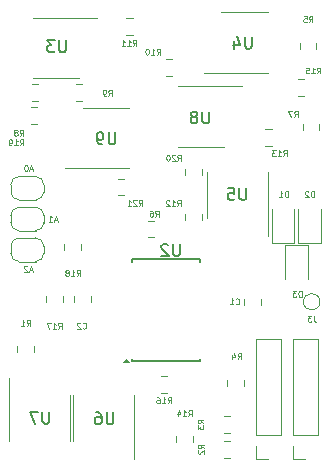
<source format=gbr>
G04 #@! TF.GenerationSoftware,KiCad,Pcbnew,8.0.7*
G04 #@! TF.CreationDate,2025-05-03T20:28:39+02:00*
G04 #@! TF.ProjectId,EM7SEG_DRIVER,454d3753-4547-45f4-9452-495645522e6b,rev?*
G04 #@! TF.SameCoordinates,Original*
G04 #@! TF.FileFunction,Legend,Bot*
G04 #@! TF.FilePolarity,Positive*
%FSLAX46Y46*%
G04 Gerber Fmt 4.6, Leading zero omitted, Abs format (unit mm)*
G04 Created by KiCad (PCBNEW 8.0.7) date 2025-05-03 20:28:39*
%MOMM*%
%LPD*%
G01*
G04 APERTURE LIST*
%ADD10C,0.125000*%
%ADD11C,0.150000*%
%ADD12C,0.120000*%
G04 APERTURE END LIST*
D10*
X45028633Y-51810310D02*
X45052442Y-51834120D01*
X45052442Y-51834120D02*
X45123871Y-51857929D01*
X45123871Y-51857929D02*
X45171490Y-51857929D01*
X45171490Y-51857929D02*
X45242918Y-51834120D01*
X45242918Y-51834120D02*
X45290537Y-51786500D01*
X45290537Y-51786500D02*
X45314347Y-51738881D01*
X45314347Y-51738881D02*
X45338156Y-51643643D01*
X45338156Y-51643643D02*
X45338156Y-51572215D01*
X45338156Y-51572215D02*
X45314347Y-51476977D01*
X45314347Y-51476977D02*
X45290537Y-51429358D01*
X45290537Y-51429358D02*
X45242918Y-51381739D01*
X45242918Y-51381739D02*
X45171490Y-51357929D01*
X45171490Y-51357929D02*
X45123871Y-51357929D01*
X45123871Y-51357929D02*
X45052442Y-51381739D01*
X45052442Y-51381739D02*
X45028633Y-51405548D01*
X44552442Y-51857929D02*
X44838156Y-51857929D01*
X44695299Y-51857929D02*
X44695299Y-51357929D01*
X44695299Y-51357929D02*
X44742918Y-51429358D01*
X44742918Y-51429358D02*
X44790537Y-51476977D01*
X44790537Y-51476977D02*
X44838156Y-51500786D01*
D11*
X34670903Y-60999019D02*
X34670903Y-61808542D01*
X34670903Y-61808542D02*
X34623284Y-61903780D01*
X34623284Y-61903780D02*
X34575665Y-61951400D01*
X34575665Y-61951400D02*
X34480427Y-61999019D01*
X34480427Y-61999019D02*
X34289951Y-61999019D01*
X34289951Y-61999019D02*
X34194713Y-61951400D01*
X34194713Y-61951400D02*
X34147094Y-61903780D01*
X34147094Y-61903780D02*
X34099475Y-61808542D01*
X34099475Y-61808542D02*
X34099475Y-60999019D01*
X33194713Y-60999019D02*
X33385189Y-60999019D01*
X33385189Y-60999019D02*
X33480427Y-61046638D01*
X33480427Y-61046638D02*
X33528046Y-61094257D01*
X33528046Y-61094257D02*
X33623284Y-61237114D01*
X33623284Y-61237114D02*
X33670903Y-61427590D01*
X33670903Y-61427590D02*
X33670903Y-61808542D01*
X33670903Y-61808542D02*
X33623284Y-61903780D01*
X33623284Y-61903780D02*
X33575665Y-61951400D01*
X33575665Y-61951400D02*
X33480427Y-61999019D01*
X33480427Y-61999019D02*
X33289951Y-61999019D01*
X33289951Y-61999019D02*
X33194713Y-61951400D01*
X33194713Y-61951400D02*
X33147094Y-61903780D01*
X33147094Y-61903780D02*
X33099475Y-61808542D01*
X33099475Y-61808542D02*
X33099475Y-61570447D01*
X33099475Y-61570447D02*
X33147094Y-61475209D01*
X33147094Y-61475209D02*
X33194713Y-61427590D01*
X33194713Y-61427590D02*
X33289951Y-61379971D01*
X33289951Y-61379971D02*
X33480427Y-61379971D01*
X33480427Y-61379971D02*
X33575665Y-61427590D01*
X33575665Y-61427590D02*
X33623284Y-61475209D01*
X33623284Y-61475209D02*
X33670903Y-61570447D01*
D10*
X27319753Y-53699429D02*
X27486419Y-53461334D01*
X27605467Y-53699429D02*
X27605467Y-53199429D01*
X27605467Y-53199429D02*
X27414991Y-53199429D01*
X27414991Y-53199429D02*
X27367372Y-53223239D01*
X27367372Y-53223239D02*
X27343562Y-53247048D01*
X27343562Y-53247048D02*
X27319753Y-53294667D01*
X27319753Y-53294667D02*
X27319753Y-53366096D01*
X27319753Y-53366096D02*
X27343562Y-53413715D01*
X27343562Y-53413715D02*
X27367372Y-53437524D01*
X27367372Y-53437524D02*
X27414991Y-53461334D01*
X27414991Y-53461334D02*
X27605467Y-53461334D01*
X26843562Y-53699429D02*
X27129276Y-53699429D01*
X26986419Y-53699429D02*
X26986419Y-53199429D01*
X26986419Y-53199429D02*
X27034038Y-53270858D01*
X27034038Y-53270858D02*
X27081657Y-53318477D01*
X27081657Y-53318477D02*
X27129276Y-53342286D01*
X32056833Y-53857510D02*
X32080642Y-53881320D01*
X32080642Y-53881320D02*
X32152071Y-53905129D01*
X32152071Y-53905129D02*
X32199690Y-53905129D01*
X32199690Y-53905129D02*
X32271118Y-53881320D01*
X32271118Y-53881320D02*
X32318737Y-53833700D01*
X32318737Y-53833700D02*
X32342547Y-53786081D01*
X32342547Y-53786081D02*
X32366356Y-53690843D01*
X32366356Y-53690843D02*
X32366356Y-53619415D01*
X32366356Y-53619415D02*
X32342547Y-53524177D01*
X32342547Y-53524177D02*
X32318737Y-53476558D01*
X32318737Y-53476558D02*
X32271118Y-53428939D01*
X32271118Y-53428939D02*
X32199690Y-53405129D01*
X32199690Y-53405129D02*
X32152071Y-53405129D01*
X32152071Y-53405129D02*
X32080642Y-53428939D01*
X32080642Y-53428939D02*
X32056833Y-53452748D01*
X31866356Y-53452748D02*
X31842547Y-53428939D01*
X31842547Y-53428939D02*
X31794928Y-53405129D01*
X31794928Y-53405129D02*
X31675880Y-53405129D01*
X31675880Y-53405129D02*
X31628261Y-53428939D01*
X31628261Y-53428939D02*
X31604452Y-53452748D01*
X31604452Y-53452748D02*
X31580642Y-53500367D01*
X31580642Y-53500367D02*
X31580642Y-53547986D01*
X31580642Y-53547986D02*
X31604452Y-53619415D01*
X31604452Y-53619415D02*
X31890166Y-53905129D01*
X31890166Y-53905129D02*
X31580642Y-53905129D01*
X42294829Y-61915526D02*
X42056734Y-61748860D01*
X42294829Y-61629812D02*
X41794829Y-61629812D01*
X41794829Y-61629812D02*
X41794829Y-61820288D01*
X41794829Y-61820288D02*
X41818639Y-61867907D01*
X41818639Y-61867907D02*
X41842448Y-61891717D01*
X41842448Y-61891717D02*
X41890067Y-61915526D01*
X41890067Y-61915526D02*
X41961496Y-61915526D01*
X41961496Y-61915526D02*
X42009115Y-61891717D01*
X42009115Y-61891717D02*
X42032924Y-61867907D01*
X42032924Y-61867907D02*
X42056734Y-61820288D01*
X42056734Y-61820288D02*
X42056734Y-61629812D01*
X41794829Y-62082193D02*
X41794829Y-62391717D01*
X41794829Y-62391717D02*
X41985305Y-62225050D01*
X41985305Y-62225050D02*
X41985305Y-62296479D01*
X41985305Y-62296479D02*
X42009115Y-62344098D01*
X42009115Y-62344098D02*
X42032924Y-62367907D01*
X42032924Y-62367907D02*
X42080543Y-62391717D01*
X42080543Y-62391717D02*
X42199591Y-62391717D01*
X42199591Y-62391717D02*
X42247210Y-62367907D01*
X42247210Y-62367907D02*
X42271020Y-62344098D01*
X42271020Y-62344098D02*
X42294829Y-62296479D01*
X42294829Y-62296479D02*
X42294829Y-62153622D01*
X42294829Y-62153622D02*
X42271020Y-62106003D01*
X42271020Y-62106003D02*
X42247210Y-62082193D01*
X45181033Y-56498509D02*
X45347699Y-56260414D01*
X45466747Y-56498509D02*
X45466747Y-55998509D01*
X45466747Y-55998509D02*
X45276271Y-55998509D01*
X45276271Y-55998509D02*
X45228652Y-56022319D01*
X45228652Y-56022319D02*
X45204842Y-56046128D01*
X45204842Y-56046128D02*
X45181033Y-56093747D01*
X45181033Y-56093747D02*
X45181033Y-56165176D01*
X45181033Y-56165176D02*
X45204842Y-56212795D01*
X45204842Y-56212795D02*
X45228652Y-56236604D01*
X45228652Y-56236604D02*
X45276271Y-56260414D01*
X45276271Y-56260414D02*
X45466747Y-56260414D01*
X44752461Y-56165176D02*
X44752461Y-56498509D01*
X44871509Y-55974700D02*
X44990556Y-56331842D01*
X44990556Y-56331842D02*
X44681033Y-56331842D01*
X29904961Y-44699592D02*
X29666866Y-44699592D01*
X29952580Y-44842449D02*
X29785914Y-44342449D01*
X29785914Y-44342449D02*
X29619247Y-44842449D01*
X29190676Y-44842449D02*
X29476390Y-44842449D01*
X29333533Y-44842449D02*
X29333533Y-44342449D01*
X29333533Y-44342449D02*
X29381152Y-44413878D01*
X29381152Y-44413878D02*
X29428771Y-44461497D01*
X29428771Y-44461497D02*
X29476390Y-44485306D01*
D11*
X30657704Y-29503019D02*
X30657704Y-30312542D01*
X30657704Y-30312542D02*
X30610085Y-30407780D01*
X30610085Y-30407780D02*
X30562466Y-30455400D01*
X30562466Y-30455400D02*
X30467228Y-30503019D01*
X30467228Y-30503019D02*
X30276752Y-30503019D01*
X30276752Y-30503019D02*
X30181514Y-30455400D01*
X30181514Y-30455400D02*
X30133895Y-30407780D01*
X30133895Y-30407780D02*
X30086276Y-30312542D01*
X30086276Y-30312542D02*
X30086276Y-29503019D01*
X29705323Y-29503019D02*
X29086276Y-29503019D01*
X29086276Y-29503019D02*
X29419609Y-29883971D01*
X29419609Y-29883971D02*
X29276752Y-29883971D01*
X29276752Y-29883971D02*
X29181514Y-29931590D01*
X29181514Y-29931590D02*
X29133895Y-29979209D01*
X29133895Y-29979209D02*
X29086276Y-30074447D01*
X29086276Y-30074447D02*
X29086276Y-30312542D01*
X29086276Y-30312542D02*
X29133895Y-30407780D01*
X29133895Y-30407780D02*
X29181514Y-30455400D01*
X29181514Y-30455400D02*
X29276752Y-30503019D01*
X29276752Y-30503019D02*
X29562466Y-30503019D01*
X29562466Y-30503019D02*
X29657704Y-30455400D01*
X29657704Y-30455400D02*
X29705323Y-30407780D01*
X46380304Y-29198219D02*
X46380304Y-30007742D01*
X46380304Y-30007742D02*
X46332685Y-30102980D01*
X46332685Y-30102980D02*
X46285066Y-30150600D01*
X46285066Y-30150600D02*
X46189828Y-30198219D01*
X46189828Y-30198219D02*
X45999352Y-30198219D01*
X45999352Y-30198219D02*
X45904114Y-30150600D01*
X45904114Y-30150600D02*
X45856495Y-30102980D01*
X45856495Y-30102980D02*
X45808876Y-30007742D01*
X45808876Y-30007742D02*
X45808876Y-29198219D01*
X44904114Y-29531552D02*
X44904114Y-30198219D01*
X45142209Y-29150600D02*
X45380304Y-29864885D01*
X45380304Y-29864885D02*
X44761257Y-29864885D01*
X34828405Y-37295719D02*
X34828405Y-38105242D01*
X34828405Y-38105242D02*
X34780786Y-38200480D01*
X34780786Y-38200480D02*
X34733167Y-38248100D01*
X34733167Y-38248100D02*
X34637929Y-38295719D01*
X34637929Y-38295719D02*
X34447453Y-38295719D01*
X34447453Y-38295719D02*
X34352215Y-38248100D01*
X34352215Y-38248100D02*
X34304596Y-38200480D01*
X34304596Y-38200480D02*
X34256977Y-38105242D01*
X34256977Y-38105242D02*
X34256977Y-37295719D01*
X33733167Y-38295719D02*
X33542691Y-38295719D01*
X33542691Y-38295719D02*
X33447453Y-38248100D01*
X33447453Y-38248100D02*
X33399834Y-38200480D01*
X33399834Y-38200480D02*
X33304596Y-38057623D01*
X33304596Y-38057623D02*
X33256977Y-37867147D01*
X33256977Y-37867147D02*
X33256977Y-37486195D01*
X33256977Y-37486195D02*
X33304596Y-37390957D01*
X33304596Y-37390957D02*
X33352215Y-37343338D01*
X33352215Y-37343338D02*
X33447453Y-37295719D01*
X33447453Y-37295719D02*
X33637929Y-37295719D01*
X33637929Y-37295719D02*
X33733167Y-37343338D01*
X33733167Y-37343338D02*
X33780786Y-37390957D01*
X33780786Y-37390957D02*
X33828405Y-37486195D01*
X33828405Y-37486195D02*
X33828405Y-37724290D01*
X33828405Y-37724290D02*
X33780786Y-37819528D01*
X33780786Y-37819528D02*
X33733167Y-37867147D01*
X33733167Y-37867147D02*
X33637929Y-37914766D01*
X33637929Y-37914766D02*
X33447453Y-37914766D01*
X33447453Y-37914766D02*
X33352215Y-37867147D01*
X33352215Y-37867147D02*
X33304596Y-37819528D01*
X33304596Y-37819528D02*
X33256977Y-37724290D01*
D10*
X27814541Y-48959172D02*
X27576446Y-48959172D01*
X27862160Y-49102029D02*
X27695494Y-48602029D01*
X27695494Y-48602029D02*
X27528827Y-49102029D01*
X27385970Y-48649648D02*
X27362161Y-48625839D01*
X27362161Y-48625839D02*
X27314542Y-48602029D01*
X27314542Y-48602029D02*
X27195494Y-48602029D01*
X27195494Y-48602029D02*
X27147875Y-48625839D01*
X27147875Y-48625839D02*
X27124066Y-48649648D01*
X27124066Y-48649648D02*
X27100256Y-48697267D01*
X27100256Y-48697267D02*
X27100256Y-48744886D01*
X27100256Y-48744886D02*
X27124066Y-48816315D01*
X27124066Y-48816315D02*
X27409780Y-49102029D01*
X27409780Y-49102029D02*
X27100256Y-49102029D01*
X51238933Y-27961609D02*
X51405599Y-27723514D01*
X51524647Y-27961609D02*
X51524647Y-27461609D01*
X51524647Y-27461609D02*
X51334171Y-27461609D01*
X51334171Y-27461609D02*
X51286552Y-27485419D01*
X51286552Y-27485419D02*
X51262742Y-27509228D01*
X51262742Y-27509228D02*
X51238933Y-27556847D01*
X51238933Y-27556847D02*
X51238933Y-27628276D01*
X51238933Y-27628276D02*
X51262742Y-27675895D01*
X51262742Y-27675895D02*
X51286552Y-27699704D01*
X51286552Y-27699704D02*
X51334171Y-27723514D01*
X51334171Y-27723514D02*
X51524647Y-27723514D01*
X50786552Y-27461609D02*
X51024647Y-27461609D01*
X51024647Y-27461609D02*
X51048456Y-27699704D01*
X51048456Y-27699704D02*
X51024647Y-27675895D01*
X51024647Y-27675895D02*
X50977028Y-27652085D01*
X50977028Y-27652085D02*
X50857980Y-27652085D01*
X50857980Y-27652085D02*
X50810361Y-27675895D01*
X50810361Y-27675895D02*
X50786552Y-27699704D01*
X50786552Y-27699704D02*
X50762742Y-27747323D01*
X50762742Y-27747323D02*
X50762742Y-27866371D01*
X50762742Y-27866371D02*
X50786552Y-27913990D01*
X50786552Y-27913990D02*
X50810361Y-27937800D01*
X50810361Y-27937800D02*
X50857980Y-27961609D01*
X50857980Y-27961609D02*
X50977028Y-27961609D01*
X50977028Y-27961609D02*
X51024647Y-27937800D01*
X51024647Y-27937800D02*
X51048456Y-27913990D01*
D11*
X45912904Y-42012519D02*
X45912904Y-42822042D01*
X45912904Y-42822042D02*
X45865285Y-42917280D01*
X45865285Y-42917280D02*
X45817666Y-42964900D01*
X45817666Y-42964900D02*
X45722428Y-43012519D01*
X45722428Y-43012519D02*
X45531952Y-43012519D01*
X45531952Y-43012519D02*
X45436714Y-42964900D01*
X45436714Y-42964900D02*
X45389095Y-42917280D01*
X45389095Y-42917280D02*
X45341476Y-42822042D01*
X45341476Y-42822042D02*
X45341476Y-42012519D01*
X44389095Y-42012519D02*
X44865285Y-42012519D01*
X44865285Y-42012519D02*
X44912904Y-42488709D01*
X44912904Y-42488709D02*
X44865285Y-42441090D01*
X44865285Y-42441090D02*
X44770047Y-42393471D01*
X44770047Y-42393471D02*
X44531952Y-42393471D01*
X44531952Y-42393471D02*
X44436714Y-42441090D01*
X44436714Y-42441090D02*
X44389095Y-42488709D01*
X44389095Y-42488709D02*
X44341476Y-42583947D01*
X44341476Y-42583947D02*
X44341476Y-42822042D01*
X44341476Y-42822042D02*
X44389095Y-42917280D01*
X44389095Y-42917280D02*
X44436714Y-42964900D01*
X44436714Y-42964900D02*
X44531952Y-43012519D01*
X44531952Y-43012519D02*
X44770047Y-43012519D01*
X44770047Y-43012519D02*
X44865285Y-42964900D01*
X44865285Y-42964900D02*
X44912904Y-42917280D01*
D10*
X49994333Y-35988009D02*
X50160999Y-35749914D01*
X50280047Y-35988009D02*
X50280047Y-35488009D01*
X50280047Y-35488009D02*
X50089571Y-35488009D01*
X50089571Y-35488009D02*
X50041952Y-35511819D01*
X50041952Y-35511819D02*
X50018142Y-35535628D01*
X50018142Y-35535628D02*
X49994333Y-35583247D01*
X49994333Y-35583247D02*
X49994333Y-35654676D01*
X49994333Y-35654676D02*
X50018142Y-35702295D01*
X50018142Y-35702295D02*
X50041952Y-35726104D01*
X50041952Y-35726104D02*
X50089571Y-35749914D01*
X50089571Y-35749914D02*
X50280047Y-35749914D01*
X49827666Y-35488009D02*
X49494333Y-35488009D01*
X49494333Y-35488009D02*
X49708618Y-35988009D01*
D11*
X42781104Y-35530418D02*
X42781104Y-36339941D01*
X42781104Y-36339941D02*
X42733485Y-36435179D01*
X42733485Y-36435179D02*
X42685866Y-36482799D01*
X42685866Y-36482799D02*
X42590628Y-36530418D01*
X42590628Y-36530418D02*
X42400152Y-36530418D01*
X42400152Y-36530418D02*
X42304914Y-36482799D01*
X42304914Y-36482799D02*
X42257295Y-36435179D01*
X42257295Y-36435179D02*
X42209676Y-36339941D01*
X42209676Y-36339941D02*
X42209676Y-35530418D01*
X41590628Y-35958989D02*
X41685866Y-35911370D01*
X41685866Y-35911370D02*
X41733485Y-35863751D01*
X41733485Y-35863751D02*
X41781104Y-35768513D01*
X41781104Y-35768513D02*
X41781104Y-35720894D01*
X41781104Y-35720894D02*
X41733485Y-35625656D01*
X41733485Y-35625656D02*
X41685866Y-35578037D01*
X41685866Y-35578037D02*
X41590628Y-35530418D01*
X41590628Y-35530418D02*
X41400152Y-35530418D01*
X41400152Y-35530418D02*
X41304914Y-35578037D01*
X41304914Y-35578037D02*
X41257295Y-35625656D01*
X41257295Y-35625656D02*
X41209676Y-35720894D01*
X41209676Y-35720894D02*
X41209676Y-35768513D01*
X41209676Y-35768513D02*
X41257295Y-35863751D01*
X41257295Y-35863751D02*
X41304914Y-35911370D01*
X41304914Y-35911370D02*
X41400152Y-35958989D01*
X41400152Y-35958989D02*
X41590628Y-35958989D01*
X41590628Y-35958989D02*
X41685866Y-36006608D01*
X41685866Y-36006608D02*
X41733485Y-36054227D01*
X41733485Y-36054227D02*
X41781104Y-36149465D01*
X41781104Y-36149465D02*
X41781104Y-36339941D01*
X41781104Y-36339941D02*
X41733485Y-36435179D01*
X41733485Y-36435179D02*
X41685866Y-36482799D01*
X41685866Y-36482799D02*
X41590628Y-36530418D01*
X41590628Y-36530418D02*
X41400152Y-36530418D01*
X41400152Y-36530418D02*
X41304914Y-36482799D01*
X41304914Y-36482799D02*
X41257295Y-36435179D01*
X41257295Y-36435179D02*
X41209676Y-36339941D01*
X41209676Y-36339941D02*
X41209676Y-36149465D01*
X41209676Y-36149465D02*
X41257295Y-36054227D01*
X41257295Y-36054227D02*
X41304914Y-36006608D01*
X41304914Y-36006608D02*
X41400152Y-35958989D01*
X29235304Y-60948219D02*
X29235304Y-61757742D01*
X29235304Y-61757742D02*
X29187685Y-61852980D01*
X29187685Y-61852980D02*
X29140066Y-61900600D01*
X29140066Y-61900600D02*
X29044828Y-61948219D01*
X29044828Y-61948219D02*
X28854352Y-61948219D01*
X28854352Y-61948219D02*
X28759114Y-61900600D01*
X28759114Y-61900600D02*
X28711495Y-61852980D01*
X28711495Y-61852980D02*
X28663876Y-61757742D01*
X28663876Y-61757742D02*
X28663876Y-60948219D01*
X28282923Y-60948219D02*
X27616257Y-60948219D01*
X27616257Y-60948219D02*
X28044828Y-61948219D01*
D10*
X27839941Y-40412072D02*
X27601846Y-40412072D01*
X27887560Y-40554929D02*
X27720894Y-40054929D01*
X27720894Y-40054929D02*
X27554227Y-40554929D01*
X27292323Y-40054929D02*
X27244704Y-40054929D01*
X27244704Y-40054929D02*
X27197085Y-40078739D01*
X27197085Y-40078739D02*
X27173275Y-40102548D01*
X27173275Y-40102548D02*
X27149466Y-40150167D01*
X27149466Y-40150167D02*
X27125656Y-40245405D01*
X27125656Y-40245405D02*
X27125656Y-40364453D01*
X27125656Y-40364453D02*
X27149466Y-40459691D01*
X27149466Y-40459691D02*
X27173275Y-40507310D01*
X27173275Y-40507310D02*
X27197085Y-40531120D01*
X27197085Y-40531120D02*
X27244704Y-40554929D01*
X27244704Y-40554929D02*
X27292323Y-40554929D01*
X27292323Y-40554929D02*
X27339942Y-40531120D01*
X27339942Y-40531120D02*
X27363751Y-40507310D01*
X27363751Y-40507310D02*
X27387561Y-40459691D01*
X27387561Y-40459691D02*
X27411370Y-40364453D01*
X27411370Y-40364453D02*
X27411370Y-40245405D01*
X27411370Y-40245405D02*
X27387561Y-40150167D01*
X27387561Y-40150167D02*
X27363751Y-40102548D01*
X27363751Y-40102548D02*
X27339942Y-40078739D01*
X27339942Y-40078739D02*
X27292323Y-40054929D01*
X38208733Y-44420809D02*
X38375399Y-44182714D01*
X38494447Y-44420809D02*
X38494447Y-43920809D01*
X38494447Y-43920809D02*
X38303971Y-43920809D01*
X38303971Y-43920809D02*
X38256352Y-43944619D01*
X38256352Y-43944619D02*
X38232542Y-43968428D01*
X38232542Y-43968428D02*
X38208733Y-44016047D01*
X38208733Y-44016047D02*
X38208733Y-44087476D01*
X38208733Y-44087476D02*
X38232542Y-44135095D01*
X38232542Y-44135095D02*
X38256352Y-44158904D01*
X38256352Y-44158904D02*
X38303971Y-44182714D01*
X38303971Y-44182714D02*
X38494447Y-44182714D01*
X37780161Y-43920809D02*
X37875399Y-43920809D01*
X37875399Y-43920809D02*
X37923018Y-43944619D01*
X37923018Y-43944619D02*
X37946828Y-43968428D01*
X37946828Y-43968428D02*
X37994447Y-44039857D01*
X37994447Y-44039857D02*
X38018256Y-44135095D01*
X38018256Y-44135095D02*
X38018256Y-44325571D01*
X38018256Y-44325571D02*
X37994447Y-44373190D01*
X37994447Y-44373190D02*
X37970637Y-44397000D01*
X37970637Y-44397000D02*
X37923018Y-44420809D01*
X37923018Y-44420809D02*
X37827780Y-44420809D01*
X37827780Y-44420809D02*
X37780161Y-44397000D01*
X37780161Y-44397000D02*
X37756352Y-44373190D01*
X37756352Y-44373190D02*
X37732542Y-44325571D01*
X37732542Y-44325571D02*
X37732542Y-44206523D01*
X37732542Y-44206523D02*
X37756352Y-44158904D01*
X37756352Y-44158904D02*
X37780161Y-44135095D01*
X37780161Y-44135095D02*
X37827780Y-44111285D01*
X37827780Y-44111285D02*
X37923018Y-44111285D01*
X37923018Y-44111285D02*
X37970637Y-44135095D01*
X37970637Y-44135095D02*
X37994447Y-44158904D01*
X37994447Y-44158904D02*
X38018256Y-44206523D01*
X49444387Y-42777429D02*
X49444387Y-42277429D01*
X49444387Y-42277429D02*
X49325339Y-42277429D01*
X49325339Y-42277429D02*
X49253911Y-42301239D01*
X49253911Y-42301239D02*
X49206292Y-42348858D01*
X49206292Y-42348858D02*
X49182482Y-42396477D01*
X49182482Y-42396477D02*
X49158673Y-42491715D01*
X49158673Y-42491715D02*
X49158673Y-42563143D01*
X49158673Y-42563143D02*
X49182482Y-42658381D01*
X49182482Y-42658381D02*
X49206292Y-42706000D01*
X49206292Y-42706000D02*
X49253911Y-42753620D01*
X49253911Y-42753620D02*
X49325339Y-42777429D01*
X49325339Y-42777429D02*
X49444387Y-42777429D01*
X48682482Y-42777429D02*
X48968196Y-42777429D01*
X48825339Y-42777429D02*
X48825339Y-42277429D01*
X48825339Y-42277429D02*
X48872958Y-42348858D01*
X48872958Y-42348858D02*
X48920577Y-42396477D01*
X48920577Y-42396477D02*
X48968196Y-42420286D01*
X51656727Y-42762189D02*
X51656727Y-42262189D01*
X51656727Y-42262189D02*
X51537679Y-42262189D01*
X51537679Y-42262189D02*
X51466251Y-42285999D01*
X51466251Y-42285999D02*
X51418632Y-42333618D01*
X51418632Y-42333618D02*
X51394822Y-42381237D01*
X51394822Y-42381237D02*
X51371013Y-42476475D01*
X51371013Y-42476475D02*
X51371013Y-42547903D01*
X51371013Y-42547903D02*
X51394822Y-42643141D01*
X51394822Y-42643141D02*
X51418632Y-42690760D01*
X51418632Y-42690760D02*
X51466251Y-42738380D01*
X51466251Y-42738380D02*
X51537679Y-42762189D01*
X51537679Y-42762189D02*
X51656727Y-42762189D01*
X51180536Y-42309808D02*
X51156727Y-42285999D01*
X51156727Y-42285999D02*
X51109108Y-42262189D01*
X51109108Y-42262189D02*
X50990060Y-42262189D01*
X50990060Y-42262189D02*
X50942441Y-42285999D01*
X50942441Y-42285999D02*
X50918632Y-42309808D01*
X50918632Y-42309808D02*
X50894822Y-42357427D01*
X50894822Y-42357427D02*
X50894822Y-42405046D01*
X50894822Y-42405046D02*
X50918632Y-42476475D01*
X50918632Y-42476475D02*
X51204346Y-42762189D01*
X51204346Y-42762189D02*
X50894822Y-42762189D01*
X50607707Y-51217849D02*
X50607707Y-50717849D01*
X50607707Y-50717849D02*
X50488659Y-50717849D01*
X50488659Y-50717849D02*
X50417231Y-50741659D01*
X50417231Y-50741659D02*
X50369612Y-50789278D01*
X50369612Y-50789278D02*
X50345802Y-50836897D01*
X50345802Y-50836897D02*
X50321993Y-50932135D01*
X50321993Y-50932135D02*
X50321993Y-51003563D01*
X50321993Y-51003563D02*
X50345802Y-51098801D01*
X50345802Y-51098801D02*
X50369612Y-51146420D01*
X50369612Y-51146420D02*
X50417231Y-51194040D01*
X50417231Y-51194040D02*
X50488659Y-51217849D01*
X50488659Y-51217849D02*
X50607707Y-51217849D01*
X50155326Y-50717849D02*
X49845802Y-50717849D01*
X49845802Y-50717849D02*
X50012469Y-50908325D01*
X50012469Y-50908325D02*
X49941040Y-50908325D01*
X49941040Y-50908325D02*
X49893421Y-50932135D01*
X49893421Y-50932135D02*
X49869612Y-50955944D01*
X49869612Y-50955944D02*
X49845802Y-51003563D01*
X49845802Y-51003563D02*
X49845802Y-51122611D01*
X49845802Y-51122611D02*
X49869612Y-51170230D01*
X49869612Y-51170230D02*
X49893421Y-51194040D01*
X49893421Y-51194040D02*
X49941040Y-51217849D01*
X49941040Y-51217849D02*
X50083897Y-51217849D01*
X50083897Y-51217849D02*
X50131516Y-51194040D01*
X50131516Y-51194040D02*
X50155326Y-51170230D01*
X42320229Y-64028826D02*
X42082134Y-63862160D01*
X42320229Y-63743112D02*
X41820229Y-63743112D01*
X41820229Y-63743112D02*
X41820229Y-63933588D01*
X41820229Y-63933588D02*
X41844039Y-63981207D01*
X41844039Y-63981207D02*
X41867848Y-64005017D01*
X41867848Y-64005017D02*
X41915467Y-64028826D01*
X41915467Y-64028826D02*
X41986896Y-64028826D01*
X41986896Y-64028826D02*
X42034515Y-64005017D01*
X42034515Y-64005017D02*
X42058324Y-63981207D01*
X42058324Y-63981207D02*
X42082134Y-63933588D01*
X42082134Y-63933588D02*
X42082134Y-63743112D01*
X41867848Y-64219303D02*
X41844039Y-64243112D01*
X41844039Y-64243112D02*
X41820229Y-64290731D01*
X41820229Y-64290731D02*
X41820229Y-64409779D01*
X41820229Y-64409779D02*
X41844039Y-64457398D01*
X41844039Y-64457398D02*
X41867848Y-64481207D01*
X41867848Y-64481207D02*
X41915467Y-64505017D01*
X41915467Y-64505017D02*
X41963086Y-64505017D01*
X41963086Y-64505017D02*
X42034515Y-64481207D01*
X42034515Y-64481207D02*
X42320229Y-64195493D01*
X42320229Y-64195493D02*
X42320229Y-64505017D01*
X26748293Y-37583149D02*
X26914959Y-37345054D01*
X27034007Y-37583149D02*
X27034007Y-37083149D01*
X27034007Y-37083149D02*
X26843531Y-37083149D01*
X26843531Y-37083149D02*
X26795912Y-37106959D01*
X26795912Y-37106959D02*
X26772102Y-37130768D01*
X26772102Y-37130768D02*
X26748293Y-37178387D01*
X26748293Y-37178387D02*
X26748293Y-37249816D01*
X26748293Y-37249816D02*
X26772102Y-37297435D01*
X26772102Y-37297435D02*
X26795912Y-37321244D01*
X26795912Y-37321244D02*
X26843531Y-37345054D01*
X26843531Y-37345054D02*
X27034007Y-37345054D01*
X26462578Y-37297435D02*
X26510197Y-37273625D01*
X26510197Y-37273625D02*
X26534007Y-37249816D01*
X26534007Y-37249816D02*
X26557816Y-37202197D01*
X26557816Y-37202197D02*
X26557816Y-37178387D01*
X26557816Y-37178387D02*
X26534007Y-37130768D01*
X26534007Y-37130768D02*
X26510197Y-37106959D01*
X26510197Y-37106959D02*
X26462578Y-37083149D01*
X26462578Y-37083149D02*
X26367340Y-37083149D01*
X26367340Y-37083149D02*
X26319721Y-37106959D01*
X26319721Y-37106959D02*
X26295912Y-37130768D01*
X26295912Y-37130768D02*
X26272102Y-37178387D01*
X26272102Y-37178387D02*
X26272102Y-37202197D01*
X26272102Y-37202197D02*
X26295912Y-37249816D01*
X26295912Y-37249816D02*
X26319721Y-37273625D01*
X26319721Y-37273625D02*
X26367340Y-37297435D01*
X26367340Y-37297435D02*
X26462578Y-37297435D01*
X26462578Y-37297435D02*
X26510197Y-37321244D01*
X26510197Y-37321244D02*
X26534007Y-37345054D01*
X26534007Y-37345054D02*
X26557816Y-37392673D01*
X26557816Y-37392673D02*
X26557816Y-37487911D01*
X26557816Y-37487911D02*
X26534007Y-37535530D01*
X26534007Y-37535530D02*
X26510197Y-37559340D01*
X26510197Y-37559340D02*
X26462578Y-37583149D01*
X26462578Y-37583149D02*
X26367340Y-37583149D01*
X26367340Y-37583149D02*
X26319721Y-37559340D01*
X26319721Y-37559340D02*
X26295912Y-37535530D01*
X26295912Y-37535530D02*
X26272102Y-37487911D01*
X26272102Y-37487911D02*
X26272102Y-37392673D01*
X26272102Y-37392673D02*
X26295912Y-37345054D01*
X26295912Y-37345054D02*
X26319721Y-37321244D01*
X26319721Y-37321244D02*
X26367340Y-37297435D01*
X34253973Y-34207489D02*
X34420639Y-33969394D01*
X34539687Y-34207489D02*
X34539687Y-33707489D01*
X34539687Y-33707489D02*
X34349211Y-33707489D01*
X34349211Y-33707489D02*
X34301592Y-33731299D01*
X34301592Y-33731299D02*
X34277782Y-33755108D01*
X34277782Y-33755108D02*
X34253973Y-33802727D01*
X34253973Y-33802727D02*
X34253973Y-33874156D01*
X34253973Y-33874156D02*
X34277782Y-33921775D01*
X34277782Y-33921775D02*
X34301592Y-33945584D01*
X34301592Y-33945584D02*
X34349211Y-33969394D01*
X34349211Y-33969394D02*
X34539687Y-33969394D01*
X34015877Y-34207489D02*
X33920639Y-34207489D01*
X33920639Y-34207489D02*
X33873020Y-34183680D01*
X33873020Y-34183680D02*
X33849211Y-34159870D01*
X33849211Y-34159870D02*
X33801592Y-34088441D01*
X33801592Y-34088441D02*
X33777782Y-33993203D01*
X33777782Y-33993203D02*
X33777782Y-33802727D01*
X33777782Y-33802727D02*
X33801592Y-33755108D01*
X33801592Y-33755108D02*
X33825401Y-33731299D01*
X33825401Y-33731299D02*
X33873020Y-33707489D01*
X33873020Y-33707489D02*
X33968258Y-33707489D01*
X33968258Y-33707489D02*
X34015877Y-33731299D01*
X34015877Y-33731299D02*
X34039687Y-33755108D01*
X34039687Y-33755108D02*
X34063496Y-33802727D01*
X34063496Y-33802727D02*
X34063496Y-33921775D01*
X34063496Y-33921775D02*
X34039687Y-33969394D01*
X34039687Y-33969394D02*
X34015877Y-33993203D01*
X34015877Y-33993203D02*
X33968258Y-34017013D01*
X33968258Y-34017013D02*
X33873020Y-34017013D01*
X33873020Y-34017013D02*
X33825401Y-33993203D01*
X33825401Y-33993203D02*
X33801592Y-33969394D01*
X33801592Y-33969394D02*
X33777782Y-33921775D01*
X38337608Y-30702289D02*
X38504274Y-30464194D01*
X38623322Y-30702289D02*
X38623322Y-30202289D01*
X38623322Y-30202289D02*
X38432846Y-30202289D01*
X38432846Y-30202289D02*
X38385227Y-30226099D01*
X38385227Y-30226099D02*
X38361417Y-30249908D01*
X38361417Y-30249908D02*
X38337608Y-30297527D01*
X38337608Y-30297527D02*
X38337608Y-30368956D01*
X38337608Y-30368956D02*
X38361417Y-30416575D01*
X38361417Y-30416575D02*
X38385227Y-30440384D01*
X38385227Y-30440384D02*
X38432846Y-30464194D01*
X38432846Y-30464194D02*
X38623322Y-30464194D01*
X37861417Y-30702289D02*
X38147131Y-30702289D01*
X38004274Y-30702289D02*
X38004274Y-30202289D01*
X38004274Y-30202289D02*
X38051893Y-30273718D01*
X38051893Y-30273718D02*
X38099512Y-30321337D01*
X38099512Y-30321337D02*
X38147131Y-30345146D01*
X37551894Y-30202289D02*
X37504275Y-30202289D01*
X37504275Y-30202289D02*
X37456656Y-30226099D01*
X37456656Y-30226099D02*
X37432846Y-30249908D01*
X37432846Y-30249908D02*
X37409037Y-30297527D01*
X37409037Y-30297527D02*
X37385227Y-30392765D01*
X37385227Y-30392765D02*
X37385227Y-30511813D01*
X37385227Y-30511813D02*
X37409037Y-30607051D01*
X37409037Y-30607051D02*
X37432846Y-30654670D01*
X37432846Y-30654670D02*
X37456656Y-30678480D01*
X37456656Y-30678480D02*
X37504275Y-30702289D01*
X37504275Y-30702289D02*
X37551894Y-30702289D01*
X37551894Y-30702289D02*
X37599513Y-30678480D01*
X37599513Y-30678480D02*
X37623322Y-30654670D01*
X37623322Y-30654670D02*
X37647132Y-30607051D01*
X37647132Y-30607051D02*
X37670941Y-30511813D01*
X37670941Y-30511813D02*
X37670941Y-30392765D01*
X37670941Y-30392765D02*
X37647132Y-30297527D01*
X37647132Y-30297527D02*
X37623322Y-30249908D01*
X37623322Y-30249908D02*
X37599513Y-30226099D01*
X37599513Y-30226099D02*
X37551894Y-30202289D01*
X36320848Y-29991049D02*
X36487514Y-29752954D01*
X36606562Y-29991049D02*
X36606562Y-29491049D01*
X36606562Y-29491049D02*
X36416086Y-29491049D01*
X36416086Y-29491049D02*
X36368467Y-29514859D01*
X36368467Y-29514859D02*
X36344657Y-29538668D01*
X36344657Y-29538668D02*
X36320848Y-29586287D01*
X36320848Y-29586287D02*
X36320848Y-29657716D01*
X36320848Y-29657716D02*
X36344657Y-29705335D01*
X36344657Y-29705335D02*
X36368467Y-29729144D01*
X36368467Y-29729144D02*
X36416086Y-29752954D01*
X36416086Y-29752954D02*
X36606562Y-29752954D01*
X35844657Y-29991049D02*
X36130371Y-29991049D01*
X35987514Y-29991049D02*
X35987514Y-29491049D01*
X35987514Y-29491049D02*
X36035133Y-29562478D01*
X36035133Y-29562478D02*
X36082752Y-29610097D01*
X36082752Y-29610097D02*
X36130371Y-29633906D01*
X35368467Y-29991049D02*
X35654181Y-29991049D01*
X35511324Y-29991049D02*
X35511324Y-29491049D01*
X35511324Y-29491049D02*
X35558943Y-29562478D01*
X35558943Y-29562478D02*
X35606562Y-29610097D01*
X35606562Y-29610097D02*
X35654181Y-29633906D01*
X40072428Y-43531809D02*
X40239094Y-43293714D01*
X40358142Y-43531809D02*
X40358142Y-43031809D01*
X40358142Y-43031809D02*
X40167666Y-43031809D01*
X40167666Y-43031809D02*
X40120047Y-43055619D01*
X40120047Y-43055619D02*
X40096237Y-43079428D01*
X40096237Y-43079428D02*
X40072428Y-43127047D01*
X40072428Y-43127047D02*
X40072428Y-43198476D01*
X40072428Y-43198476D02*
X40096237Y-43246095D01*
X40096237Y-43246095D02*
X40120047Y-43269904D01*
X40120047Y-43269904D02*
X40167666Y-43293714D01*
X40167666Y-43293714D02*
X40358142Y-43293714D01*
X39596237Y-43531809D02*
X39881951Y-43531809D01*
X39739094Y-43531809D02*
X39739094Y-43031809D01*
X39739094Y-43031809D02*
X39786713Y-43103238D01*
X39786713Y-43103238D02*
X39834332Y-43150857D01*
X39834332Y-43150857D02*
X39881951Y-43174666D01*
X39405761Y-43079428D02*
X39381952Y-43055619D01*
X39381952Y-43055619D02*
X39334333Y-43031809D01*
X39334333Y-43031809D02*
X39215285Y-43031809D01*
X39215285Y-43031809D02*
X39167666Y-43055619D01*
X39167666Y-43055619D02*
X39143857Y-43079428D01*
X39143857Y-43079428D02*
X39120047Y-43127047D01*
X39120047Y-43127047D02*
X39120047Y-43174666D01*
X39120047Y-43174666D02*
X39143857Y-43246095D01*
X39143857Y-43246095D02*
X39429571Y-43531809D01*
X39429571Y-43531809D02*
X39120047Y-43531809D01*
X49056388Y-39317989D02*
X49223054Y-39079894D01*
X49342102Y-39317989D02*
X49342102Y-38817989D01*
X49342102Y-38817989D02*
X49151626Y-38817989D01*
X49151626Y-38817989D02*
X49104007Y-38841799D01*
X49104007Y-38841799D02*
X49080197Y-38865608D01*
X49080197Y-38865608D02*
X49056388Y-38913227D01*
X49056388Y-38913227D02*
X49056388Y-38984656D01*
X49056388Y-38984656D02*
X49080197Y-39032275D01*
X49080197Y-39032275D02*
X49104007Y-39056084D01*
X49104007Y-39056084D02*
X49151626Y-39079894D01*
X49151626Y-39079894D02*
X49342102Y-39079894D01*
X48580197Y-39317989D02*
X48865911Y-39317989D01*
X48723054Y-39317989D02*
X48723054Y-38817989D01*
X48723054Y-38817989D02*
X48770673Y-38889418D01*
X48770673Y-38889418D02*
X48818292Y-38937037D01*
X48818292Y-38937037D02*
X48865911Y-38960846D01*
X48413531Y-38817989D02*
X48104007Y-38817989D01*
X48104007Y-38817989D02*
X48270674Y-39008465D01*
X48270674Y-39008465D02*
X48199245Y-39008465D01*
X48199245Y-39008465D02*
X48151626Y-39032275D01*
X48151626Y-39032275D02*
X48127817Y-39056084D01*
X48127817Y-39056084D02*
X48104007Y-39103703D01*
X48104007Y-39103703D02*
X48104007Y-39222751D01*
X48104007Y-39222751D02*
X48127817Y-39270370D01*
X48127817Y-39270370D02*
X48151626Y-39294180D01*
X48151626Y-39294180D02*
X48199245Y-39317989D01*
X48199245Y-39317989D02*
X48342102Y-39317989D01*
X48342102Y-39317989D02*
X48389721Y-39294180D01*
X48389721Y-39294180D02*
X48413531Y-39270370D01*
X41012228Y-61337209D02*
X41178894Y-61099114D01*
X41297942Y-61337209D02*
X41297942Y-60837209D01*
X41297942Y-60837209D02*
X41107466Y-60837209D01*
X41107466Y-60837209D02*
X41059847Y-60861019D01*
X41059847Y-60861019D02*
X41036037Y-60884828D01*
X41036037Y-60884828D02*
X41012228Y-60932447D01*
X41012228Y-60932447D02*
X41012228Y-61003876D01*
X41012228Y-61003876D02*
X41036037Y-61051495D01*
X41036037Y-61051495D02*
X41059847Y-61075304D01*
X41059847Y-61075304D02*
X41107466Y-61099114D01*
X41107466Y-61099114D02*
X41297942Y-61099114D01*
X40536037Y-61337209D02*
X40821751Y-61337209D01*
X40678894Y-61337209D02*
X40678894Y-60837209D01*
X40678894Y-60837209D02*
X40726513Y-60908638D01*
X40726513Y-60908638D02*
X40774132Y-60956257D01*
X40774132Y-60956257D02*
X40821751Y-60980066D01*
X40107466Y-61003876D02*
X40107466Y-61337209D01*
X40226514Y-60813400D02*
X40345561Y-61170542D01*
X40345561Y-61170542D02*
X40036038Y-61170542D01*
X51896128Y-32307589D02*
X52062794Y-32069494D01*
X52181842Y-32307589D02*
X52181842Y-31807589D01*
X52181842Y-31807589D02*
X51991366Y-31807589D01*
X51991366Y-31807589D02*
X51943747Y-31831399D01*
X51943747Y-31831399D02*
X51919937Y-31855208D01*
X51919937Y-31855208D02*
X51896128Y-31902827D01*
X51896128Y-31902827D02*
X51896128Y-31974256D01*
X51896128Y-31974256D02*
X51919937Y-32021875D01*
X51919937Y-32021875D02*
X51943747Y-32045684D01*
X51943747Y-32045684D02*
X51991366Y-32069494D01*
X51991366Y-32069494D02*
X52181842Y-32069494D01*
X51419937Y-32307589D02*
X51705651Y-32307589D01*
X51562794Y-32307589D02*
X51562794Y-31807589D01*
X51562794Y-31807589D02*
X51610413Y-31879018D01*
X51610413Y-31879018D02*
X51658032Y-31926637D01*
X51658032Y-31926637D02*
X51705651Y-31950446D01*
X50967557Y-31807589D02*
X51205652Y-31807589D01*
X51205652Y-31807589D02*
X51229461Y-32045684D01*
X51229461Y-32045684D02*
X51205652Y-32021875D01*
X51205652Y-32021875D02*
X51158033Y-31998065D01*
X51158033Y-31998065D02*
X51038985Y-31998065D01*
X51038985Y-31998065D02*
X50991366Y-32021875D01*
X50991366Y-32021875D02*
X50967557Y-32045684D01*
X50967557Y-32045684D02*
X50943747Y-32093303D01*
X50943747Y-32093303D02*
X50943747Y-32212351D01*
X50943747Y-32212351D02*
X50967557Y-32259970D01*
X50967557Y-32259970D02*
X50991366Y-32283780D01*
X50991366Y-32283780D02*
X51038985Y-32307589D01*
X51038985Y-32307589D02*
X51158033Y-32307589D01*
X51158033Y-32307589D02*
X51205652Y-32283780D01*
X51205652Y-32283780D02*
X51229461Y-32259970D01*
X39272348Y-60224729D02*
X39439014Y-59986634D01*
X39558062Y-60224729D02*
X39558062Y-59724729D01*
X39558062Y-59724729D02*
X39367586Y-59724729D01*
X39367586Y-59724729D02*
X39319967Y-59748539D01*
X39319967Y-59748539D02*
X39296157Y-59772348D01*
X39296157Y-59772348D02*
X39272348Y-59819967D01*
X39272348Y-59819967D02*
X39272348Y-59891396D01*
X39272348Y-59891396D02*
X39296157Y-59939015D01*
X39296157Y-59939015D02*
X39319967Y-59962824D01*
X39319967Y-59962824D02*
X39367586Y-59986634D01*
X39367586Y-59986634D02*
X39558062Y-59986634D01*
X38796157Y-60224729D02*
X39081871Y-60224729D01*
X38939014Y-60224729D02*
X38939014Y-59724729D01*
X38939014Y-59724729D02*
X38986633Y-59796158D01*
X38986633Y-59796158D02*
X39034252Y-59843777D01*
X39034252Y-59843777D02*
X39081871Y-59867586D01*
X38367586Y-59724729D02*
X38462824Y-59724729D01*
X38462824Y-59724729D02*
X38510443Y-59748539D01*
X38510443Y-59748539D02*
X38534253Y-59772348D01*
X38534253Y-59772348D02*
X38581872Y-59843777D01*
X38581872Y-59843777D02*
X38605681Y-59939015D01*
X38605681Y-59939015D02*
X38605681Y-60129491D01*
X38605681Y-60129491D02*
X38581872Y-60177110D01*
X38581872Y-60177110D02*
X38558062Y-60200920D01*
X38558062Y-60200920D02*
X38510443Y-60224729D01*
X38510443Y-60224729D02*
X38415205Y-60224729D01*
X38415205Y-60224729D02*
X38367586Y-60200920D01*
X38367586Y-60200920D02*
X38343777Y-60177110D01*
X38343777Y-60177110D02*
X38319967Y-60129491D01*
X38319967Y-60129491D02*
X38319967Y-60010443D01*
X38319967Y-60010443D02*
X38343777Y-59962824D01*
X38343777Y-59962824D02*
X38367586Y-59939015D01*
X38367586Y-59939015D02*
X38415205Y-59915205D01*
X38415205Y-59915205D02*
X38510443Y-59915205D01*
X38510443Y-59915205D02*
X38558062Y-59939015D01*
X38558062Y-59939015D02*
X38581872Y-59962824D01*
X38581872Y-59962824D02*
X38605681Y-60010443D01*
X29998768Y-53922909D02*
X30165434Y-53684814D01*
X30284482Y-53922909D02*
X30284482Y-53422909D01*
X30284482Y-53422909D02*
X30094006Y-53422909D01*
X30094006Y-53422909D02*
X30046387Y-53446719D01*
X30046387Y-53446719D02*
X30022577Y-53470528D01*
X30022577Y-53470528D02*
X29998768Y-53518147D01*
X29998768Y-53518147D02*
X29998768Y-53589576D01*
X29998768Y-53589576D02*
X30022577Y-53637195D01*
X30022577Y-53637195D02*
X30046387Y-53661004D01*
X30046387Y-53661004D02*
X30094006Y-53684814D01*
X30094006Y-53684814D02*
X30284482Y-53684814D01*
X29522577Y-53922909D02*
X29808291Y-53922909D01*
X29665434Y-53922909D02*
X29665434Y-53422909D01*
X29665434Y-53422909D02*
X29713053Y-53494338D01*
X29713053Y-53494338D02*
X29760672Y-53541957D01*
X29760672Y-53541957D02*
X29808291Y-53565766D01*
X29355911Y-53422909D02*
X29022578Y-53422909D01*
X29022578Y-53422909D02*
X29236863Y-53922909D01*
X31560908Y-49457649D02*
X31727574Y-49219554D01*
X31846622Y-49457649D02*
X31846622Y-48957649D01*
X31846622Y-48957649D02*
X31656146Y-48957649D01*
X31656146Y-48957649D02*
X31608527Y-48981459D01*
X31608527Y-48981459D02*
X31584717Y-49005268D01*
X31584717Y-49005268D02*
X31560908Y-49052887D01*
X31560908Y-49052887D02*
X31560908Y-49124316D01*
X31560908Y-49124316D02*
X31584717Y-49171935D01*
X31584717Y-49171935D02*
X31608527Y-49195744D01*
X31608527Y-49195744D02*
X31656146Y-49219554D01*
X31656146Y-49219554D02*
X31846622Y-49219554D01*
X31084717Y-49457649D02*
X31370431Y-49457649D01*
X31227574Y-49457649D02*
X31227574Y-48957649D01*
X31227574Y-48957649D02*
X31275193Y-49029078D01*
X31275193Y-49029078D02*
X31322812Y-49076697D01*
X31322812Y-49076697D02*
X31370431Y-49100506D01*
X30799003Y-49171935D02*
X30846622Y-49148125D01*
X30846622Y-49148125D02*
X30870432Y-49124316D01*
X30870432Y-49124316D02*
X30894241Y-49076697D01*
X30894241Y-49076697D02*
X30894241Y-49052887D01*
X30894241Y-49052887D02*
X30870432Y-49005268D01*
X30870432Y-49005268D02*
X30846622Y-48981459D01*
X30846622Y-48981459D02*
X30799003Y-48957649D01*
X30799003Y-48957649D02*
X30703765Y-48957649D01*
X30703765Y-48957649D02*
X30656146Y-48981459D01*
X30656146Y-48981459D02*
X30632337Y-49005268D01*
X30632337Y-49005268D02*
X30608527Y-49052887D01*
X30608527Y-49052887D02*
X30608527Y-49076697D01*
X30608527Y-49076697D02*
X30632337Y-49124316D01*
X30632337Y-49124316D02*
X30656146Y-49148125D01*
X30656146Y-49148125D02*
X30703765Y-49171935D01*
X30703765Y-49171935D02*
X30799003Y-49171935D01*
X30799003Y-49171935D02*
X30846622Y-49195744D01*
X30846622Y-49195744D02*
X30870432Y-49219554D01*
X30870432Y-49219554D02*
X30894241Y-49267173D01*
X30894241Y-49267173D02*
X30894241Y-49362411D01*
X30894241Y-49362411D02*
X30870432Y-49410030D01*
X30870432Y-49410030D02*
X30846622Y-49433840D01*
X30846622Y-49433840D02*
X30799003Y-49457649D01*
X30799003Y-49457649D02*
X30703765Y-49457649D01*
X30703765Y-49457649D02*
X30656146Y-49433840D01*
X30656146Y-49433840D02*
X30632337Y-49410030D01*
X30632337Y-49410030D02*
X30608527Y-49362411D01*
X30608527Y-49362411D02*
X30608527Y-49267173D01*
X30608527Y-49267173D02*
X30632337Y-49219554D01*
X30632337Y-49219554D02*
X30656146Y-49195744D01*
X30656146Y-49195744D02*
X30703765Y-49171935D01*
X40097828Y-39696409D02*
X40264494Y-39458314D01*
X40383542Y-39696409D02*
X40383542Y-39196409D01*
X40383542Y-39196409D02*
X40193066Y-39196409D01*
X40193066Y-39196409D02*
X40145447Y-39220219D01*
X40145447Y-39220219D02*
X40121637Y-39244028D01*
X40121637Y-39244028D02*
X40097828Y-39291647D01*
X40097828Y-39291647D02*
X40097828Y-39363076D01*
X40097828Y-39363076D02*
X40121637Y-39410695D01*
X40121637Y-39410695D02*
X40145447Y-39434504D01*
X40145447Y-39434504D02*
X40193066Y-39458314D01*
X40193066Y-39458314D02*
X40383542Y-39458314D01*
X39907351Y-39244028D02*
X39883542Y-39220219D01*
X39883542Y-39220219D02*
X39835923Y-39196409D01*
X39835923Y-39196409D02*
X39716875Y-39196409D01*
X39716875Y-39196409D02*
X39669256Y-39220219D01*
X39669256Y-39220219D02*
X39645447Y-39244028D01*
X39645447Y-39244028D02*
X39621637Y-39291647D01*
X39621637Y-39291647D02*
X39621637Y-39339266D01*
X39621637Y-39339266D02*
X39645447Y-39410695D01*
X39645447Y-39410695D02*
X39931161Y-39696409D01*
X39931161Y-39696409D02*
X39621637Y-39696409D01*
X39312114Y-39196409D02*
X39264495Y-39196409D01*
X39264495Y-39196409D02*
X39216876Y-39220219D01*
X39216876Y-39220219D02*
X39193066Y-39244028D01*
X39193066Y-39244028D02*
X39169257Y-39291647D01*
X39169257Y-39291647D02*
X39145447Y-39386885D01*
X39145447Y-39386885D02*
X39145447Y-39505933D01*
X39145447Y-39505933D02*
X39169257Y-39601171D01*
X39169257Y-39601171D02*
X39193066Y-39648790D01*
X39193066Y-39648790D02*
X39216876Y-39672600D01*
X39216876Y-39672600D02*
X39264495Y-39696409D01*
X39264495Y-39696409D02*
X39312114Y-39696409D01*
X39312114Y-39696409D02*
X39359733Y-39672600D01*
X39359733Y-39672600D02*
X39383542Y-39648790D01*
X39383542Y-39648790D02*
X39407352Y-39601171D01*
X39407352Y-39601171D02*
X39431161Y-39505933D01*
X39431161Y-39505933D02*
X39431161Y-39386885D01*
X39431161Y-39386885D02*
X39407352Y-39291647D01*
X39407352Y-39291647D02*
X39383542Y-39244028D01*
X39383542Y-39244028D02*
X39359733Y-39220219D01*
X39359733Y-39220219D02*
X39312114Y-39196409D01*
X36821228Y-43506409D02*
X36987894Y-43268314D01*
X37106942Y-43506409D02*
X37106942Y-43006409D01*
X37106942Y-43006409D02*
X36916466Y-43006409D01*
X36916466Y-43006409D02*
X36868847Y-43030219D01*
X36868847Y-43030219D02*
X36845037Y-43054028D01*
X36845037Y-43054028D02*
X36821228Y-43101647D01*
X36821228Y-43101647D02*
X36821228Y-43173076D01*
X36821228Y-43173076D02*
X36845037Y-43220695D01*
X36845037Y-43220695D02*
X36868847Y-43244504D01*
X36868847Y-43244504D02*
X36916466Y-43268314D01*
X36916466Y-43268314D02*
X37106942Y-43268314D01*
X36630751Y-43054028D02*
X36606942Y-43030219D01*
X36606942Y-43030219D02*
X36559323Y-43006409D01*
X36559323Y-43006409D02*
X36440275Y-43006409D01*
X36440275Y-43006409D02*
X36392656Y-43030219D01*
X36392656Y-43030219D02*
X36368847Y-43054028D01*
X36368847Y-43054028D02*
X36345037Y-43101647D01*
X36345037Y-43101647D02*
X36345037Y-43149266D01*
X36345037Y-43149266D02*
X36368847Y-43220695D01*
X36368847Y-43220695D02*
X36654561Y-43506409D01*
X36654561Y-43506409D02*
X36345037Y-43506409D01*
X35868847Y-43506409D02*
X36154561Y-43506409D01*
X36011704Y-43506409D02*
X36011704Y-43006409D01*
X36011704Y-43006409D02*
X36059323Y-43077838D01*
X36059323Y-43077838D02*
X36106942Y-43125457D01*
X36106942Y-43125457D02*
X36154561Y-43149266D01*
X26750148Y-38398429D02*
X26916814Y-38160334D01*
X27035862Y-38398429D02*
X27035862Y-37898429D01*
X27035862Y-37898429D02*
X26845386Y-37898429D01*
X26845386Y-37898429D02*
X26797767Y-37922239D01*
X26797767Y-37922239D02*
X26773957Y-37946048D01*
X26773957Y-37946048D02*
X26750148Y-37993667D01*
X26750148Y-37993667D02*
X26750148Y-38065096D01*
X26750148Y-38065096D02*
X26773957Y-38112715D01*
X26773957Y-38112715D02*
X26797767Y-38136524D01*
X26797767Y-38136524D02*
X26845386Y-38160334D01*
X26845386Y-38160334D02*
X27035862Y-38160334D01*
X26273957Y-38398429D02*
X26559671Y-38398429D01*
X26416814Y-38398429D02*
X26416814Y-37898429D01*
X26416814Y-37898429D02*
X26464433Y-37969858D01*
X26464433Y-37969858D02*
X26512052Y-38017477D01*
X26512052Y-38017477D02*
X26559671Y-38041286D01*
X26035862Y-38398429D02*
X25940624Y-38398429D01*
X25940624Y-38398429D02*
X25893005Y-38374620D01*
X25893005Y-38374620D02*
X25869196Y-38350810D01*
X25869196Y-38350810D02*
X25821577Y-38279381D01*
X25821577Y-38279381D02*
X25797767Y-38184143D01*
X25797767Y-38184143D02*
X25797767Y-37993667D01*
X25797767Y-37993667D02*
X25821577Y-37946048D01*
X25821577Y-37946048D02*
X25845386Y-37922239D01*
X25845386Y-37922239D02*
X25893005Y-37898429D01*
X25893005Y-37898429D02*
X25988243Y-37898429D01*
X25988243Y-37898429D02*
X26035862Y-37922239D01*
X26035862Y-37922239D02*
X26059672Y-37946048D01*
X26059672Y-37946048D02*
X26083481Y-37993667D01*
X26083481Y-37993667D02*
X26083481Y-38112715D01*
X26083481Y-38112715D02*
X26059672Y-38160334D01*
X26059672Y-38160334D02*
X26035862Y-38184143D01*
X26035862Y-38184143D02*
X25988243Y-38207953D01*
X25988243Y-38207953D02*
X25893005Y-38207953D01*
X25893005Y-38207953D02*
X25845386Y-38184143D01*
X25845386Y-38184143D02*
X25821577Y-38160334D01*
X25821577Y-38160334D02*
X25797767Y-38112715D01*
X51627066Y-52811009D02*
X51627066Y-53168152D01*
X51627066Y-53168152D02*
X51650875Y-53239580D01*
X51650875Y-53239580D02*
X51698494Y-53287200D01*
X51698494Y-53287200D02*
X51769923Y-53311009D01*
X51769923Y-53311009D02*
X51817542Y-53311009D01*
X51436590Y-52811009D02*
X51127066Y-52811009D01*
X51127066Y-52811009D02*
X51293733Y-53001485D01*
X51293733Y-53001485D02*
X51222304Y-53001485D01*
X51222304Y-53001485D02*
X51174685Y-53025295D01*
X51174685Y-53025295D02*
X51150876Y-53049104D01*
X51150876Y-53049104D02*
X51127066Y-53096723D01*
X51127066Y-53096723D02*
X51127066Y-53215771D01*
X51127066Y-53215771D02*
X51150876Y-53263390D01*
X51150876Y-53263390D02*
X51174685Y-53287200D01*
X51174685Y-53287200D02*
X51222304Y-53311009D01*
X51222304Y-53311009D02*
X51365161Y-53311009D01*
X51365161Y-53311009D02*
X51412780Y-53287200D01*
X51412780Y-53287200D02*
X51436590Y-53263390D01*
D11*
X40302904Y-46742819D02*
X40302904Y-47552342D01*
X40302904Y-47552342D02*
X40255285Y-47647580D01*
X40255285Y-47647580D02*
X40207666Y-47695200D01*
X40207666Y-47695200D02*
X40112428Y-47742819D01*
X40112428Y-47742819D02*
X39921952Y-47742819D01*
X39921952Y-47742819D02*
X39826714Y-47695200D01*
X39826714Y-47695200D02*
X39779095Y-47647580D01*
X39779095Y-47647580D02*
X39731476Y-47552342D01*
X39731476Y-47552342D02*
X39731476Y-46742819D01*
X39302904Y-46838057D02*
X39255285Y-46790438D01*
X39255285Y-46790438D02*
X39160047Y-46742819D01*
X39160047Y-46742819D02*
X38921952Y-46742819D01*
X38921952Y-46742819D02*
X38826714Y-46790438D01*
X38826714Y-46790438D02*
X38779095Y-46838057D01*
X38779095Y-46838057D02*
X38731476Y-46933295D01*
X38731476Y-46933295D02*
X38731476Y-47028533D01*
X38731476Y-47028533D02*
X38779095Y-47171390D01*
X38779095Y-47171390D02*
X39350523Y-47742819D01*
X39350523Y-47742819D02*
X38731476Y-47742819D01*
D12*
X45746600Y-51950252D02*
X45746600Y-51427748D01*
X47166600Y-51950252D02*
X47166600Y-51427748D01*
X31272800Y-61506100D02*
X31272800Y-59556100D01*
X31272800Y-61506100D02*
X31272800Y-63456100D01*
X36392800Y-61506100D02*
X36392800Y-59556100D01*
X36392800Y-61506100D02*
X36392800Y-64956100D01*
X26518800Y-55390148D02*
X26518800Y-55912652D01*
X27938800Y-55390148D02*
X27938800Y-55912652D01*
X31314300Y-51660652D02*
X31314300Y-51138148D01*
X32734300Y-51660652D02*
X32734300Y-51138148D01*
X44524452Y-61342200D02*
X44001948Y-61342200D01*
X44524452Y-62762200D02*
X44001948Y-62762200D01*
X44273400Y-58782852D02*
X44273400Y-58260348D01*
X45693400Y-58782852D02*
X45693400Y-58260348D01*
X25981200Y-44327800D02*
X25981200Y-44927800D01*
X26681200Y-45627800D02*
X28081200Y-45627800D01*
X28081200Y-43627800D02*
X26681200Y-43627800D01*
X28781200Y-44927800D02*
X28781200Y-44327800D01*
X25981200Y-44327800D02*
G75*
G02*
X26681200Y-43627800I699999J1D01*
G01*
X26681200Y-45627800D02*
G75*
G02*
X25981200Y-44927800I-1J699999D01*
G01*
X28081200Y-43627800D02*
G75*
G02*
X28781200Y-44327800I0J-700000D01*
G01*
X28781200Y-44927800D02*
G75*
G02*
X28081200Y-45627800I-700000J0D01*
G01*
X29819600Y-27577100D02*
X27869600Y-27577100D01*
X29819600Y-27577100D02*
X33269600Y-27577100D01*
X29819600Y-32697100D02*
X27869600Y-32697100D01*
X29819600Y-32697100D02*
X31769600Y-32697100D01*
X45770800Y-27119900D02*
X43820800Y-27119900D01*
X45770800Y-27119900D02*
X47720800Y-27119900D01*
X45770800Y-32239900D02*
X42320800Y-32239900D01*
X45770800Y-32239900D02*
X47720800Y-32239900D01*
X34041100Y-35192000D02*
X32091100Y-35192000D01*
X34041100Y-35192000D02*
X35991100Y-35192000D01*
X34041100Y-40312000D02*
X30591100Y-40312000D01*
X34041100Y-40312000D02*
X35991100Y-40312000D01*
X25981200Y-46931300D02*
X25981200Y-47531300D01*
X26681200Y-48231300D02*
X28081200Y-48231300D01*
X28081200Y-46231300D02*
X26681200Y-46231300D01*
X28781200Y-47531300D02*
X28781200Y-46931300D01*
X25981200Y-46931300D02*
G75*
G02*
X26681200Y-46231300I699999J1D01*
G01*
X26681200Y-48231300D02*
G75*
G02*
X25981200Y-47531300I-1J699999D01*
G01*
X28081200Y-46231300D02*
G75*
G02*
X28781200Y-46931300I0J-700000D01*
G01*
X28781200Y-47531300D02*
G75*
G02*
X28081200Y-48231300I-700000J0D01*
G01*
X49841600Y-54821000D02*
X51961600Y-54821000D01*
X49841600Y-62881000D02*
X49841600Y-54821000D01*
X49841600Y-62881000D02*
X51961600Y-62881000D01*
X49841600Y-63881000D02*
X49841600Y-64941000D01*
X49841600Y-64941000D02*
X50901600Y-64941000D01*
X51961600Y-62881000D02*
X51961600Y-54821000D01*
X50432900Y-29723448D02*
X50432900Y-30245952D01*
X51852900Y-29723448D02*
X51852900Y-30245952D01*
X42629100Y-42583100D02*
X42629100Y-40633100D01*
X42629100Y-42583100D02*
X42629100Y-44533100D01*
X47749100Y-42583100D02*
X47749100Y-40633100D01*
X47749100Y-42583100D02*
X47749100Y-46033100D01*
X50692000Y-37086152D02*
X50692000Y-36563648D01*
X52112000Y-37086152D02*
X52112000Y-36563648D01*
X42120800Y-33401300D02*
X40170800Y-33401300D01*
X42120800Y-33401300D02*
X45570800Y-33401300D01*
X42120800Y-38521300D02*
X40170800Y-38521300D01*
X42120800Y-38521300D02*
X44070800Y-38521300D01*
X25837200Y-61506100D02*
X25837200Y-58056100D01*
X25837200Y-61506100D02*
X25837200Y-63456100D01*
X30957200Y-61506100D02*
X30957200Y-59556100D01*
X30957200Y-61506100D02*
X30957200Y-63456100D01*
X46742800Y-54821000D02*
X48862800Y-54821000D01*
X46742800Y-62881000D02*
X46742800Y-54821000D01*
X46742800Y-62881000D02*
X48862800Y-62881000D01*
X46742800Y-63881000D02*
X46742800Y-64941000D01*
X46742800Y-64941000D02*
X47802800Y-64941000D01*
X48862800Y-62881000D02*
X48862800Y-54821000D01*
X25981200Y-41724300D02*
X25981200Y-42324300D01*
X26681200Y-43024300D02*
X28081200Y-43024300D01*
X28081200Y-41024300D02*
X26681200Y-41024300D01*
X28781200Y-42324300D02*
X28781200Y-41724300D01*
X25981200Y-41724300D02*
G75*
G02*
X26681200Y-41024300I699999J1D01*
G01*
X26681200Y-43024300D02*
G75*
G02*
X25981200Y-42324300I-1J699999D01*
G01*
X28081200Y-41024300D02*
G75*
G02*
X28781200Y-41724300I0J-700000D01*
G01*
X28781200Y-42324300D02*
G75*
G02*
X28081200Y-43024300I-700000J0D01*
G01*
X38107252Y-44768700D02*
X37584748Y-44768700D01*
X38107252Y-46188700D02*
X37584748Y-46188700D01*
X48074700Y-46640200D02*
X48074700Y-43780200D01*
X49994700Y-43780200D02*
X49994700Y-46640200D01*
X49994700Y-46640200D02*
X48074700Y-46640200D01*
X50322600Y-46652900D02*
X50322600Y-43792900D01*
X52242600Y-43792900D02*
X52242600Y-46652900D01*
X52242600Y-46652900D02*
X50322600Y-46652900D01*
X49230400Y-46844500D02*
X51150400Y-46844500D01*
X49230400Y-49704500D02*
X49230400Y-46844500D01*
X51150400Y-46844500D02*
X51150400Y-49704500D01*
X44546152Y-63442800D02*
X44023648Y-63442800D01*
X44546152Y-64862800D02*
X44023648Y-64862800D01*
X27752448Y-33191400D02*
X28274952Y-33191400D01*
X27752448Y-34611400D02*
X28274952Y-34611400D01*
X32016352Y-33191400D02*
X31493848Y-33191400D01*
X32016352Y-34611400D02*
X31493848Y-34611400D01*
X39656652Y-31121300D02*
X39134148Y-31121300D01*
X39656652Y-32541300D02*
X39134148Y-32541300D01*
X36291152Y-27613100D02*
X35768648Y-27613100D01*
X36291152Y-29033100D02*
X35768648Y-29033100D01*
X40717400Y-44226848D02*
X40717400Y-44749352D01*
X42137400Y-44226848D02*
X42137400Y-44749352D01*
X47536448Y-37006500D02*
X48058952Y-37006500D01*
X47536448Y-38426500D02*
X48058952Y-38426500D01*
X40003700Y-63547852D02*
X40003700Y-63025348D01*
X41423700Y-63547852D02*
X41423700Y-63025348D01*
X50819952Y-32764700D02*
X50297448Y-32764700D01*
X50819952Y-34184700D02*
X50297448Y-34184700D01*
X39204552Y-57948800D02*
X38682048Y-57948800D01*
X39204552Y-59368800D02*
X38682048Y-59368800D01*
X28990200Y-51673352D02*
X28990200Y-51150848D01*
X30410200Y-51673352D02*
X30410200Y-51150848D01*
X30524400Y-46746548D02*
X30524400Y-47269052D01*
X31944400Y-46746548D02*
X31944400Y-47269052D01*
X40722500Y-40360948D02*
X40722500Y-40883452D01*
X42142500Y-40360948D02*
X42142500Y-40883452D01*
X35019348Y-41210200D02*
X35541852Y-41210200D01*
X35019348Y-42630200D02*
X35541852Y-42630200D01*
X28244452Y-35182700D02*
X27721948Y-35182700D01*
X28244452Y-36602700D02*
X27721948Y-36602700D01*
X52160400Y-51638200D02*
G75*
G02*
X50760400Y-51638200I-700000J0D01*
G01*
X50760400Y-51638200D02*
G75*
G02*
X52160400Y-51638200I700000J0D01*
G01*
D11*
X41991000Y-48043000D02*
X36241000Y-48043000D01*
X41991000Y-48268000D02*
X41991000Y-48043000D01*
X36241000Y-48268000D02*
X36241000Y-48043000D01*
X41991000Y-56468000D02*
X41991000Y-56693000D01*
X36241000Y-56468000D02*
X36241000Y-56693000D01*
X41991000Y-56693000D02*
X36241000Y-56693000D01*
D12*
X35981000Y-56773000D02*
X35501000Y-56772999D01*
X35741000Y-56443001D01*
X35981000Y-56773000D01*
G36*
X35981000Y-56773000D02*
G01*
X35501000Y-56772999D01*
X35741000Y-56443001D01*
X35981000Y-56773000D01*
G37*
M02*

</source>
